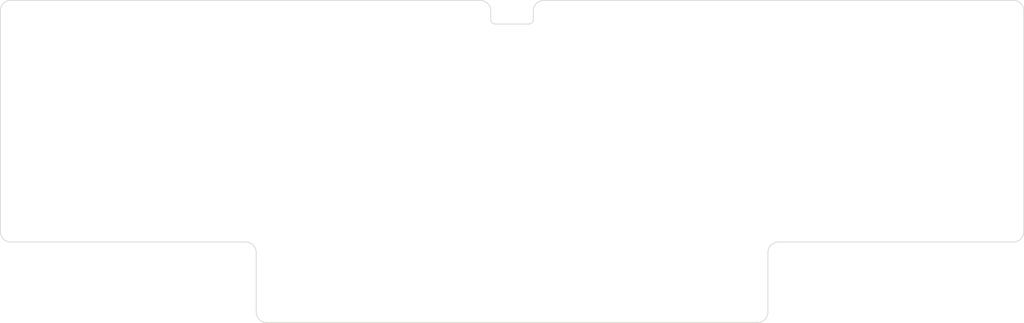
<source format=kicad_pcb>
(kicad_pcb (version 20221018) (generator pcbnew)
  (title_block (title "backplate/ortho_wings") (rev "v1.0.0") (company "Unknown"))
  (layers (0 "F.Cu" signal) (31 "B.Cu" signal) (34 "B.Paste" user) (35 "F.Paste" user) (36 "B.SilkS" user "B.Silkscreen") (37 "F.SilkS" user "F.Silkscreen") (38 "B.Mask" user) (39 "F.Mask" user) (44 "Edge.Cuts" user))
  (net 0 "")
  (footprint "0-jasonhazel-footprints:backplate_jh-choc" (layer "F.Cu") (at 72 -17)
    (fp_text reference "SW11" hide)
    (fp_text value "SW" hide)
    (pad "" np_thru_hole circle (at -5.5 0) (size 1.7018 1.7018) (drill 1.7018) (layers "F&B.Cu" "*.Mask"))
    (pad "" np_thru_hole circle (at -5 3.75) (size 2.75 2.75) (drill 2.75) (layers "F&B.Cu" "*.Mask"))
    (pad "" np_thru_hole circle (at 0 0) (size 3.429 3.429) (drill 3.429) (layers "F&B.Cu" "*.Mask"))
    (pad "" np_thru_hole circle (at 0 5.95) (size 2.75 2.75) (drill 2.75) (layers "F&B.Cu" "*.Mask"))
    (pad "" np_thru_hole circle (at 5.5 0) (size 1.7018 1.7018) (drill 1.7018) (layers "F&B.Cu" "*.Mask"))
  )
  (footprint "0-jasonhazel-footprints:backplate_ArduinoProMicro" (layer "F.Cu") (at 117 -24.5 -90)
    (fp_text reference "U1" hide)
    (fp_text value "ProMicro" hide)
    (pad "" np_thru_hole oval (at -0.3937 7.62 270) (size 31.48 3) (drill oval 31.48 3) (layers "F&B.Cu" "*.Mask"))
    (pad "" np_thru_hole oval (at 0 -7.62 270) (size 31.48 3) (drill oval 31.48 3) (layers "F&B.Cu" "*.Mask"))
  )
  (footprint "0-jasonhazel-footprints:backplate_jh-choc" (layer "F.Cu") (at 216 -17)
    (fp_text reference "SW20" hide)
    (fp_text value "SW" hide)
    (pad "" np_thru_hole circle (at -5.5 0) (size 1.7018 1.7018) (drill 1.7018) (layers "F&B.Cu" "*.Mask"))
    (pad "" np_thru_hole circle (at -5 3.75) (size 2.75 2.75) (drill 2.75) (layers "F&B.Cu" "*.Mask"))
    (pad "" np_thru_hole circle (at 0 0) (size 3.429 3.429) (drill 3.429) (layers "F&B.Cu" "*.Mask"))
    (pad "" np_thru_hole circle (at 0 5.95) (size 2.75 2.75) (drill 2.75) (layers "F&B.Cu" "*.Mask"))
    (pad "" np_thru_hole circle (at 5.5 0) (size 1.7018 1.7018) (drill 1.7018) (layers "F&B.Cu" "*.Mask"))
  )
  (footprint "0-jasonhazel-footprints:MountingHole_2.2mm_M2" (layer "F.Cu") (at 153 -25.5)
    (fp_text reference "H10")
    (fp_text value "MountingHole" hide)
    (pad "" np_thru_hole circle (at 0 0) (size 2.2 2.2) (drill 2.2) (layers "*.Cu" "*.Mask"))
  )
  (footprint "0-jasonhazel-footprints:backplate_jh-choc" (layer "F.Cu") (at 180 0)
    (fp_text reference "SW25" hide)
    (fp_text value "SW" hide)
    (pad "" np_thru_hole circle (at -5.5 0) (size 1.7018 1.7018) (drill 1.7018) (layers "F&B.Cu" "*.Mask"))
    (pad "" np_thru_hole circle (at -5 3.75) (size 2.75 2.75) (drill 2.75) (layers "F&B.Cu" "*.Mask"))
    (pad "" np_thru_hole circle (at 0 0) (size 3.429 3.429) (drill 3.429) (layers "F&B.Cu" "*.Mask"))
    (pad "" np_thru_hole circle (at 0 5.95) (size 2.75 2.75) (drill 2.75) (layers "F&B.Cu" "*.Mask"))
    (pad "" np_thru_hole circle (at 5.5 0) (size 1.7018 1.7018) (drill 1.7018) (layers "F&B.Cu" "*.Mask"))
  )
  (footprint "0-jasonhazel-footprints:backplate_jh-choc" (layer "F.Cu") (at 54 -17)
    (fp_text reference "SW8" hide)
    (fp_text value "SW" hide)
    (pad "" np_thru_hole circle (at -5.5 0) (size 1.7018 1.7018) (drill 1.7018) (layers "F&B.Cu" "*.Mask"))
    (pad "" np_thru_hole circle (at -5 3.75) (size 2.75 2.75) (drill 2.75) (layers "F&B.Cu" "*.Mask"))
    (pad "" np_thru_hole circle (at 0 0) (size 3.429 3.429) (drill 3.429) (layers "F&B.Cu" "*.Mask"))
    (pad "" np_thru_hole circle (at 0 5.95) (size 2.75 2.75) (drill 2.75) (layers "F&B.Cu" "*.Mask"))
    (pad "" np_thru_hole circle (at 5.5 0) (size 1.7018 1.7018) (drill 1.7018) (layers "F&B.Cu" "*.Mask"))
  )
  (footprint "0-jasonhazel-footprints:backplate_jh-choc" (layer "F.Cu") (at 216 0)
    (fp_text reference "SW19" hide)
    (fp_text value "SW" hide)
    (pad "" np_thru_hole circle (at -5.5 0) (size 1.7018 1.7018) (drill 1.7018) (layers "F&B.Cu" "*.Mask"))
    (pad "" np_thru_hole circle (at -5 3.75) (size 2.75 2.75) (drill 2.75) (layers "F&B.Cu" "*.Mask"))
    (pad "" np_thru_hole circle (at 0 0) (size 3.429 3.429) (drill 3.429) (layers "F&B.Cu" "*.Mask"))
    (pad "" np_thru_hole circle (at 0 5.95) (size 2.75 2.75) (drill 2.75) (layers "F&B.Cu" "*.Mask"))
    (pad "" np_thru_hole circle (at 5.5 0) (size 1.7018 1.7018) (drill 1.7018) (layers "F&B.Cu" "*.Mask"))
  )
  (footprint "0-jasonhazel-footprints:backplate_jh-choc" (layer "F.Cu") (at 36 -34)
    (fp_text reference "SW6" hide)
    (fp_text value "SW" hide)
    (pad "" np_thru_hole circle (at -5.5 0) (size 1.7018 1.7018) (drill 1.7018) (layers "F&B.Cu" "*.Mask"))
    (pad "" np_thru_hole circle (at -5 3.75) (size 2.75 2.75) (drill 2.75) (layers "F&B.Cu" "*.Mask"))
    (pad "" np_thru_hole circle (at 0 0) (size 3.429 3.429) (drill 3.429) (layers "F&B.Cu" "*.Mask"))
    (pad "" np_thru_hole circle (at 0 5.95) (size 2.75 2.75) (drill 2.75) (layers "F&B.Cu" "*.Mask"))
    (pad "" np_thru_hole circle (at 5.5 0) (size 1.7018 1.7018) (drill 1.7018) (layers "F&B.Cu" "*.Mask"))
  )
  (footprint "0-jasonhazel-footprints:backplate_OLED-128x64" (layer "F.Cu") (at 117 -5.5 180)
    (fp_text reference "J1")
    (fp_text value "OLED-128x64")
    (pad "" np_thru_hole oval (at 0 0 180) (size 11.16 3) (drill oval 11.16 3) (layers "F&B.Cu" "*.Mask"))
  )
  (footprint "0-jasonhazel-footprints:MountingHole_2.2mm_M2" (layer "F.Cu") (at 81 -25.5)
    (fp_text reference "H9")
    (fp_text value "MountingHole")
    (pad "" np_thru_hole circle (at 0 0) (size 2.2 2.2) (drill 2.2) (layers "*.Cu" "*.Mask"))
  )
  (footprint "0-jasonhazel-footprints:MountingHole_2.2mm_M2" (layer "F.Cu") (at 81 8.5)
    (fp_text reference "H11")
    (fp_text value "MountingHole" hide)
    (pad "" np_thru_hole circle (at 0 0) (size 2.2 2.2) (drill 2.2) (layers "*.Cu" "*.Mask"))
  )
  (footprint "0-jasonhazel-footprints:backplate_jh-choc" (layer "F.Cu") (at 162 -34)
    (fp_text reference "SW30" hide)
    (fp_text value "SW" hide)
    (pad "" np_thru_hole circle (at -5.5 0) (size 1.7018 1.7018) (drill 1.7018) (layers "F&B.Cu" "*.Mask"))
    (pad "" np_thru_hole circle (at -5 3.75) (size 2.75 2.75) (drill 2.75) (layers "F&B.Cu" "*.Mask"))
    (pad "" np_thru_hole circle (at 0 0) (size 3.429 3.429) (drill 3.429) (layers "F&B.Cu" "*.Mask"))
    (pad "" np_thru_hole circle (at 0 5.95) (size 2.75 2.75) (drill 2.75) (layers "F&B.Cu" "*.Mask"))
    (pad "" np_thru_hole circle (at 5.5 0) (size 1.7018 1.7018) (drill 1.7018) (layers "F&B.Cu" "*.Mask"))
  )
  (footprint "0-jasonhazel-footprints:backplate_jh-choc" (layer "F.Cu") (at 36 -17)
    (fp_text reference "SW5" hide)
    (fp_text value "SW" hide)
    (pad "" np_thru_hole circle (at -5.5 0) (size 1.7018 1.7018) (drill 1.7018) (layers "F&B.Cu" "*.Mask"))
    (pad "" np_thru_hole circle (at -5 3.75) (size 2.75 2.75) (drill 2.75) (layers "F&B.Cu" "*.Mask"))
    (pad "" np_thru_hole circle (at 0 0) (size 3.429 3.429) (drill 3.429) (layers "F&B.Cu" "*.Mask"))
    (pad "" np_thru_hole circle (at 0 5.95) (size 2.75 2.75) (drill 2.75) (layers "F&B.Cu" "*.Mask"))
    (pad "" np_thru_hole circle (at 5.5 0) (size 1.7018 1.7018) (drill 1.7018) (layers "F&B.Cu" "*.Mask"))
  )
  (footprint "0-jasonhazel-footprints:backplate_jh-choc" (layer "F.Cu") (at 144 -34)
    (fp_text reference "SW33" hide)
    (fp_text value "SW" hide)
    (pad "" np_thru_hole circle (at -5.5 0) (size 1.7018 1.7018) (drill 1.7018) (layers "F&B.Cu" "*.Mask"))
    (pad "" np_thru_hole circle (at -5 3.75) (size 2.75 2.75) (drill 2.75) (layers "F&B.Cu" "*.Mask"))
    (pad "" np_thru_hole circle (at 0 0) (size 3.429 3.429) (drill 3.429) (layers "F&B.Cu" "*.Mask"))
    (pad "" np_thru_hole circle (at 0 5.95) (size 2.75 2.75) (drill 2.75) (layers "F&B.Cu" "*.Mask"))
    (pad "" np_thru_hole circle (at 5.5 0) (size 1.7018 1.7018) (drill 1.7018) (layers "F&B.Cu" "*.Mask"))
  )
  (footprint "0-jasonhazel-footprints:MountingHole_2.2mm_M2" (layer "F.Cu") (at 27 -8.5)
    (fp_text reference "H3")
    (fp_text value "MountingHole")
    (pad "" np_thru_hole circle (at 0 0) (size 2.2 2.2) (drill 2.2) (layers "*.Cu" "*.Mask"))
  )
  (footprint "0-jasonhazel-footprints:backplate_jh-choc" (layer "F.Cu") (at 126 17)
    (fp_text reference "SW36" hide)
    (fp_text value "SW" hide)
    (pad "" np_thru_hole circle (at -5.5 0) (size 1.7018 1.7018) (drill 1.7018) (layers "F&B.Cu" "*.Mask"))
    (pad "" np_thru_hole circle (at -5 3.75) (size 2.75 2.75) (drill 2.75) (layers "F&B.Cu" "*.Mask"))
    (pad "" np_thru_hole circle (at 0 0) (size 3.429 3.429) (drill 3.429) (layers "F&B.Cu" "*.Mask"))
    (pad "" np_thru_hole circle (at 0 5.95) (size 2.75 2.75) (drill 2.75) (layers "F&B.Cu" "*.Mask"))
    (pad "" np_thru_hole circle (at 5.5 0) (size 1.7018 1.7018) (drill 1.7018) (layers "F&B.Cu" "*.Mask"))
  )
  (footprint "0-jasonhazel-footprints:backplate_jh-choc" (layer "F.Cu") (at 18 -17)
    (fp_text reference "SW2" hide)
    (fp_text value "SW" hide)
    (pad "" np_thru_hole circle (at -5.5 0) (size 1.7018 1.7018) (drill 1.7018) (layers "F&B.Cu" "*.Mask"))
    (pad "" np_thru_hole circle (at -5 3.75) (size 2.75 2.75) (drill 2.75) (layers "F&B.Cu" "*.Mask"))
    (pad "" np_thru_hole circle (at 0 0) (size 3.429 3.429) (drill 3.429) (layers "F&B.Cu" "*.Mask"))
    (pad "" np_thru_hole circle (at 0 5.95) (size 2.75 2.75) (drill 2.75) (layers "F&B.Cu" "*.Mask"))
    (pad "" np_thru_hole circle (at 5.5 0) (size 1.7018 1.7018) (drill 1.7018) (layers "F&B.Cu" "*.Mask"))
  )
  (footprint "0-jasonhazel-footprints:backplate_jh-choc" (layer "F.Cu") (at 18 0)
    (fp_text reference "SW1" hide)
    (fp_text value "SW" hide)
    (pad "" np_thru_hole circle (at -5.5 0) (size 1.7018 1.7018) (drill 1.7018) (layers "F&B.Cu" "*.Mask"))
    (pad "" np_thru_hole circle (at -5 3.75) (size 2.75 2.75) (drill 2.75) (layers "F&B.Cu" "*.Mask"))
    (pad "" np_thru_hole circle (at 0 0) (size 3.429 3.429) (drill 3.429) (layers "F&B.Cu" "*.Mask"))
    (pad "" np_thru_hole circle (at 0 5.95) (size 2.75 2.75) (drill 2.75) (layers "F&B.Cu" "*.Mask"))
    (pad "" np_thru_hole circle (at 5.5 0) (size 1.7018 1.7018) (drill 1.7018) (layers "F&B.Cu" "*.Mask"))
  )
  (footprint "0-jasonhazel-footprints:MountingHole_2.2mm_M2" (layer "F.Cu") (at 153 8.5)
    (fp_text reference "H12")
    (fp_text value "MountingHole" hide)
    (pad "" np_thru_hole circle (at 0 0) (size 2.2 2.2) (drill 2.2) (layers "*.Cu" "*.Mask"))
  )
  (footprint "0-jasonhazel-footprints:MountingHole_2.2mm_M2" (layer "F.Cu") (at 103.5 4.2)
    (fp_text reference "H7")
    (fp_text value "MountingHole")
    (pad "" np_thru_hole circle (at 0 0) (size 2.2 2.2) (drill 2.2) (layers "*.Cu" "*.Mask"))
  )
  (footprint "0-jasonhazel-footprints:backplate_jh-choc" (layer "F.Cu") (at 90 17)
    (fp_text reference "SW17" hide)
    (fp_text value "SW" hide)
    (pad "" np_thru_hole circle (at -5.5 0) (size 1.7018 1.7018) (drill 1.7018) (layers "F&B.Cu" "*.Mask"))
    (pad "" np_thru_hole circle (at -5 3.75) (size 2.75 2.75) (drill 2.75) (layers "F&B.Cu" "*.Mask"))
    (pad "" np_thru_hole circle (at 0 0) (size 3.429 3.429) (drill 3.429) (layers "F&B.Cu" "*.Mask"))
    (pad "" np_thru_hole circle (at 0 5.95) (size 2.75 2.75) (drill 2.75) (layers "F&B.Cu" "*.Mask"))
    (pad "" np_thru_hole circle (at 5.5 0) (size 1.7018 1.7018) (drill 1.7018) (layers "F&B.Cu" "*.Mask"))
  )
  (footprint "0-jasonhazel-footprints:backplate_jh-choc" (layer "F.Cu") (at 36 0)
    (fp_text reference "SW4" hide)
    (fp_text value "SW" hide)
    (pad "" np_thru_hole circle (at -5.5 0) (size 1.7018 1.7018) (drill 1.7018) (layers "F&B.Cu" "*.Mask"))
    (pad "" np_thru_hole circle (at -5 3.75) (size 2.75 2.75) (drill 2.75) (layers "F&B.Cu" "*.Mask"))
    (pad "" np_thru_hole circle (at 0 0) (size 3.429 3.429) (drill 3.429) (layers "F&B.Cu" "*.Mask"))
    (pad "" np_thru_hole circle (at 0 5.95) (size 2.75 2.75) (drill 2.75) (layers "F&B.Cu" "*.Mask"))
    (pad "" np_thru_hole circle (at 5.5 0) (size 1.7018 1.7018) (drill 1.7018) (layers "F&B.Cu" "*.Mask"))
  )
  (footprint "0-jasonhazel-footprints:backplate_jh-choc" (layer "F.Cu") (at 198 -34)
    (fp_text reference "SW24" hide)
    (fp_text value "SW" hide)
    (pad "" np_thru_hole circle (at -5.5 0) (size 1.7018 1.7018) (drill 1.7018) (layers "F&B.Cu" "*.Mask"))
    (pad "" np_thru_hole circle (at -5 3.75) (size 2.75 2.75) (drill 2.75) (layers "F&B.Cu" "*.Mask"))
    (pad "" np_thru_hole circle (at 0 0) (size 3.429 3.429) (drill 3.429) (layers "F&B.Cu" "*.Mask"))
    (pad "" np_thru_hole circle (at 0 5.95) (size 2.75 2.75) (drill 2.75) (layers "F&B.Cu" "*.Mask"))
    (pad "" np_thru_hole circle (at 5.5 0) (size 1.7018 1.7018) (drill 1.7018) (layers "F&B.Cu" "*.Mask"))
  )
  (footprint "0-jasonhazel-footprints:backplate_jh-choc" (layer "F.Cu") (at 54 0)
    (fp_text reference "SW7" hide)
    (fp_text value "SW" hide)
    (pad "" np_thru_hole circle (at -5.5 0) (size 1.7018 1.7018) (drill 1.7018) (layers "F&B.Cu" "*.Mask"))
    (pad "" np_thru_hole circle (at -5 3.75) (size 2.75 2.75) (drill 2.75) (layers "F&B.Cu" "*.Mask"))
    (pad "" np_thru_hole circle (at 0 0) (size 3.429 3.429) (drill 3.429) (layers "F&B.Cu" "*.Mask"))
    (pad "" np_thru_hole circle (at 0 5.95) (size 2.75 2.75) (drill 2.75) (layers "F&B.Cu" "*.Mask"))
    (pad "" np_thru_hole circle (at 5.5 0) (size 1.7018 1.7018) (drill 1.7018) (layers "F&B.Cu" "*.Mask"))
  )
  (footprint "0-jasonhazel-footprints:backplate_jh-choc" (layer "F.Cu") (at 162 17)
    (fp_text reference "SW34" hide)
    (fp_text value "SW" hide)
    (pad "" np_thru_hole circle (at -5.5 0) (size 1.7018 1.7018) (drill 1.7018) (layers "F&B.Cu" "*.Mask"))
    (pad "" np_thru_hole circle (at -5 3.75) (size 2.75 2.75) (drill 2.75) (layers "F&B.Cu" "*.Mask"))
    (pad "" np_thru_hole circle (at 0 0) (size 3.429 3.429) (drill 3.429) (layers "F&B.Cu" "*.Mask"))
    (pad "" np_thru_hole circle (at 0 5.95) (size 2.75 2.75) (drill 2.75) (layers "F&B.Cu" "*.Mask"))
    (pad "" np_thru_hole circle (at 5.5 0) (size 1.7018 1.7018) (drill 1.7018) (layers "F&B.Cu" "*.Mask"))
  )
  (footprint "0-jasonhazel-footprints:backplate_jh-choc" (layer "F.Cu") (at 90 -34)
    (fp_text reference "SW15" hide)
    (fp_text value "SW" hide)
    (pad "" np_thru_hole circle (at -5.5 0) (size 1.7018 1.7018) (drill 1.7018) (layers "F&B.Cu" "*.Mask"))
    (pad "" np_thru_hole circle (at -5 3.75) (size 2.75 2.75) (drill 2.75) (layers "F&B.Cu" "*.Mask"))
    (pad "" np_thru_hole circle (at 0 0) (size 3.429 3.429) (drill 3.429) (layers "F&B.Cu" "*.Mask"))
    (pad "" np_thru_hole circle (at 0 5.95) (size 2.75 2.75) (drill 2.75) (layers "F&B.Cu" "*.Mask"))
    (pad "" np_thru_hole circle (at 5.5 0) (size 1.7018 1.7018) (drill 1.7018) (layers "F&B.Cu" "*.Mask"))
  )
  (footprint "0-jasonhazel-footprints:backplate_jh-choc" (layer "F.Cu") (at 216 -34)
    (fp_text reference "SW21" hide)
    (fp_text value "SW" hide)
    (pad "" np_thru_hole circle (at -5.5 0) (size 1.7018 1.7018) (drill 1.7018) (layers "F&B.Cu" "*.Mask"))
    (pad "" np_thru_hole circle (at -5 3.75) (size 2.75 2.75) (drill 2.75) (layers "F&B.Cu" "*.Mask"))
    (pad "" np_thru_hole circle (at 0 0) (size 3.429 3.429) (drill 3.429) (layers "F&B.Cu" "*.Mask"))
    (pad "" np_thru_hole circle (at 0 5.95) (size 2.75 2.75) (drill 2.75) (layers "F&B.Cu" "*.Mask"))
    (pad "" np_thru_hole circle (at 5.5 0) (size 1.7018 1.7018) (drill 1.7018) (layers "F&B.Cu" "*.Mask"))
  )
  (footprint "0-jasonhazel-footprints:backplate_jh-choc" (layer "F.Cu") (at 144 -17)
    (fp_text reference "SW32" hide)
    (fp_text value "SW" hide)
    (pad "" np_thru_hole circle (at -5.5 0) (size 1.7018 1.7018) (drill 1.7018) (layers "F&B.Cu" "*.Mask"))
    (pad "" np_thru_hole circle (at -5 3.75) (size 2.75 2.75) (drill 2.75) (layers "F&B.Cu" "*.Mask"))
    (pad "" np_thru_hole circle (at 0 0) (size 3.429 3.429) (drill 3.429) (layers "F&B.Cu" "*.Mask"))
    (pad "" np_thru_hole circle (at 0 5.95) (size 2.75 2.75) (drill 2.75) (layers "F&B.Cu" "*.Mask"))
    (pad "" np_thru_hole circle (at 5.5 0) (size 1.7018 1.7018) (drill 1.7018) (layers "F&B.Cu" "*.Mask"))
  )
  (footprint "0-jasonhazel-footprints:backplate_jh-choc" (layer "F.Cu") (at 72 -34)
    (fp_text reference "SW12" hide)
    (fp_text value "SW" hide)
    (pad "" np_thru_hole circle (at -5.5 0) (size 1.7018 1.7018) (drill 1.7018) (layers "F&B.Cu" "*.Mask"))
    (pad "" np_thru_hole circle (at -5 3.75) (size 2.75 2.75) (drill 2.75) (layers "F&B.Cu" "*.Mask"))
    (pad "" np_thru_hole circle (at 0 0) (size 3.429 3.429) (drill 3.429) (layers "F&B.Cu" "*.Mask"))
    (pad "" np_thru_hole circle (at 0 5.95) (size 2.75 2.75) (drill 2.75) (layers "F&B.Cu" "*.Mask"))
    (pad "" np_thru_hole circle (at 5.5 0) (size 1.7018 1.7018) (drill 1.7018) (layers "F&B.Cu" "*.Mask"))
  )
  (footprint "0-jasonhazel-footprints:MountingHole_2.2mm_M2" (layer "F.Cu") (at 103.5 -39.4)
    (fp_text reference "H5")
    (fp_text value "MountingHole")
    (pad "" np_thru_hole circle (at 0 0) (size 2.2 2.2) (drill 2.2) (layers "*.Cu" "*.Mask"))
  )
  (footprint "0-jasonhazel-footprints:backplate_jh-choc" (layer "F.Cu") (at 144 17)
    (fp_text reference "SW35" hide)
    (fp_text value "SW" hide)
    (pad "" np_thru_hole circle (at -5.5 0) (size 1.7018 1.7018) (drill 1.7018) (layers "F&B.Cu" "*.Mask"))
    (pad "" np_thru_hole circle (at -5 3.75) (size 2.75 2.75) (drill 2.75) (layers "F&B.Cu" "*.Mask"))
    (pad "" np_thru_hole circle (at 0 0) (size 3.429 3.429) (drill 3.429) (layers "F&B.Cu" "*.Mask"))
    (pad "" np_thru_hole circle (at 0 5.95) (size 2.75 2.75) (drill 2.75) (layers "F&B.Cu" "*.Mask"))
    (pad "" np_thru_hole circle (at 5.5 0) (size 1.7018 1.7018) (drill 1.7018) (layers "F&B.Cu" "*.Mask"))
  )
  (footprint "0-jasonhazel-footprints:backplate_jh-choc" (layer "F.Cu") (at 162 -17)
    (fp_text reference "SW29" hide)
    (fp_text value "SW" hide)
    (pad "" np_thru_hole circle (at -5.5 0) (size 1.7018 1.7018) (drill 1.7018) (layers "F&B.Cu" "*.Mask"))
    (pad "" np_thru_hole circle (at -5 3.75) (size 2.75 2.75) (drill 2.75) (layers "F&B.Cu" "*.Mask"))
    (pad "" np_thru_hole circle (at 0 0) (size 3.429 3.429) (drill 3.429) (layers "F&B.Cu" "*.Mask"))
    (pad "" np_thru_hole circle (at 0 5.95) (size 2.75 2.75) (drill 2.75) (layers "F&B.Cu" "*.Mask"))
    (pad "" np_thru_hole circle (at 5.5 0) (size 1.7018 1.7018) (drill 1.7018) (layers "F&B.Cu" "*.Mask"))
  )
  (footprint "0-jasonhazel-footprints:MountingHole_2.2mm_M2" (layer "F.Cu") (at 27 -25.5)
    (fp_text reference "H1")
    (fp_text value "MountingHole")
    (pad "" np_thru_hole circle (at 0 0) (size 2.2 2.2) (drill 2.2) (layers "*.Cu" "*.Mask"))
  )
  (footprint "0-jasonhazel-footprints:backplate_jh-choc" (layer "F.Cu") (at 180 -17)
    (fp_text reference "SW26" hide)
    (fp_text value "SW" hide)
    (pad "" np_thru_hole circle (at -5.5 0) (size 1.7018 1.7018) (drill 1.7018) (layers "F&B.Cu" "*.Mask"))
    (pad "" np_thru_hole circle (at -5 3.75) (size 2.75 2.75) (drill 2.75) (layers "F&B.Cu" "*.Mask"))
    (pad "" np_thru_hole circle (at 0 0) (size 3.429 3.429) (drill 3.429) (layers "F&B.Cu" "*.Mask"))
    (pad "" np_thru_hole circle (at 0 5.95) (size 2.75 2.75) (drill 2.75) (layers "F&B.Cu" "*.Mask"))
    (pad "" np_thru_hole circle (at 5.5 0) (size 1.7018 1.7018) (drill 1.7018) (layers "F&B.Cu" "*.Mask"))
  )
  (footprint "0-jasonhazel-footprints:MountingHole_2.2mm_M2" (layer "F.Cu") (at 207 -8.5)
    (fp_text reference "H4")
    (fp_text value "MountingHole" hide)
    (pad "" np_thru_hole circle (at 0 0) (size 2.2 2.2) (drill 2.2) (layers "*.Cu" "*.Mask"))
  )
  (footprint "0-jasonhazel-footprints:backplate_jh-choc" (layer "F.Cu") (at 72 0)
    (fp_text reference "SW10" hide)
    (fp_text value "SW" hide)
    (pad "" np_thru_hole circle (at -5.5 0) (size 1.7018 1.7018) (drill 1.7018) (layers "F&B.Cu" "*.Mask"))
    (pad "" np_thru_hole circle (at -5 3.75) (size 2.75 2.75) (drill 2.75) (layers "F&B.Cu" "*.Mask"))
    (pad "" np_thru_hole circle (at 0 0) (size 3.429 3.429) (drill 3.429) (layers "F&B.Cu" "*.Mask"))
    (pad "" np_thru_hole circle (at 0 5.95) (size 2.75 2.75) (drill 2.75) (layers "F&B.Cu" "*.Mask"))
    (pad "" np_thru_hole circle (at 5.5 0) (size 1.7018 1.7018) (drill 1.7018) (layers "F&B.Cu" "*.Mask"))
  )
  (footprint "0-jasonhazel-footprints:backplate_jh-choc" (layer "F.Cu") (at 54 -34)
    (fp_text reference "SW9" hide)
    (fp_text value "SW" hide)
    (pad "" np_thru_hole circle (at -5.5 0) (size 1.7018 1.7018) (drill 1.7018) (layers "F&B.Cu" "*.Mask"))
    (pad "" np_thru_hole circle (at -5 3.75) (size 2.75 2.75) (drill 2.75) (layers "F&B.Cu" "*.Mask"))
    (pad "" np_thru_hole circle (at 0 0) (size 3.429 3.429) (drill 3.429) (layers "F&B.Cu" "*.Mask"))
    (pad "" np_thru_hole circle (at 0 5.95) (size 2.75 2.75) (drill 2.75) (layers "F&B.Cu" "*.Mask"))
    (pad "" np_thru_hole circle (at 5.5 0) (size 1.7018 1.7018) (drill 1.7018) (layers "F&B.Cu" "*.Mask"))
  )
  (footprint "0-jasonhazel-footprints:backplate_jh-choc" (layer "F.Cu") (at 72 17)
    (fp_text reference "SW16" hide)
    (fp_text value "SW" hide)
    (pad "" np_thru_hole circle (at -5.5 0) (size 1.7018 1.7018) (drill 1.7018) (layers "F&B.Cu" "*.Mask"))
    (pad "" np_thru_hole circle (at -5 3.75) (size 2.75 2.75) (drill 2.75) (layers "F&B.Cu" "*.Mask"))
    (pad "" np_thru_hole circle (at 0 0) (size 3.429 3.429) (drill 3.429) (layers "F&B.Cu" "*.Mask"))
    (pad "" np_thru_hole circle (at 0 5.95) (size 2.75 2.75) (drill 2.75) (layers "F&B.Cu" "*.Mask"))
    (pad "" np_thru_hole circle (at 5.5 0) (size 1.7018 1.7018) (drill 1.7018) (layers "F&B.Cu" "*.Mask"))
  )
  (footprint "0-jasonhazel-footprints:MountingHole_2.2mm_M2" (layer "F.Cu") (at 207 -25.5)
    (fp_text reference "H2")
    (fp_text value "MountingHole" hide)
    (pad "" np_thru_hole circle (at 0 0) (size 2.2 2.2) (drill 2.2) (layers "*.Cu" "*.Mask"))
  )
  (footprint "0-jasonhazel-footprints:backplate_jh-choc" (layer "F.Cu") (at 90 -17)
    (fp_text reference "SW14" hide)
    (fp_text value "SW" hide)
    (pad "" np_thru_hole circle (at -5.5 0) (size 1.7018 1.7018) (drill 1.7018) (layers "F&B.Cu" "*.Mask"))
    (pad "" np_thru_hole circle (at -5 3.75) (size 2.75 2.75) (drill 2.75) (layers "F&B.Cu" "*.Mask"))
    (pad "" np_thru_hole circle (at 0 0) (size 3.429 3.429) (drill 3.429) (layers "F&B.Cu" "*.Mask"))
    (pad "" np_thru_hole circle (at 0 5.95) (size 2.75 2.75) (drill 2.75) (layers "F&B.Cu" "*.Mask"))
    (pad "" np_thru_hole circle (at 5.5 0) (size 1.7018 1.7018) (drill 1.7018) (layers "F&B.Cu" "*.Mask"))
  )
  (footprint "0-jasonhazel-footprints:backplate_jh-choc" (layer "F.Cu") (at 144 0)
    (fp_text reference "SW31" hide)
    (fp_text value "SW" hide)
    (pad "" np_thru_hole circle (at -5.5 0) (size 1.7018 1.7018) (drill 1.7018) (layers "F&B.Cu" "*.Mask"))
    (pad "" np_thru_hole circle (at -5 3.75) (size 2.75 2.75) (drill 2.75) (layers "F&B.Cu" "*.Mask"))
    (pad "" np_thru_hole circle (at 0 0) (size 3.429 3.429) (drill 3.429) (layers "F&B.Cu" "*.Mask"))
    (pad "" np_thru_hole circle (at 0 5.95) (size 2.75 2.75) (drill 2.75) (layers "F&B.Cu" "*.Mask"))
    (pad "" np_thru_hole circle (at 5.5 0) (size 1.7018 1.7018) (drill 1.7018) (layers "F&B.Cu" "*.Mask"))
  )
  (footprint "0-jasonhazel-footprints:MountingHole_2.2mm_M2" (layer "F.Cu") (at 130.5 4.2)
    (fp_text reference "H8")
    (fp_text value "MountingHole")
    (pad "" np_thru_hole circle (at 0 0) (size 2.2 2.2) (drill 2.2) (layers "*.Cu" "*.Mask"))
  )
  (footprint "0-jasonhazel-footprints:backplate_jh-choc" (layer "F.Cu") (at 198 -17)
    (fp_text reference "SW23" hide)
    (fp_text value "SW" hide)
    (pad "" np_thru_hole circle (at -5.5 0) (size 1.7018 1.7018) (drill 1.7018) (layers "F&B.Cu" "*.Mask"))
    (pad "" np_thru_hole circle (at -5 3.75) (size 2.75 2.75) (drill 2.75) (layers "F&B.Cu" "*.Mask"))
    (pad "" np_thru_hole circle (at 0 0) (size 3.429 3.429) (drill 3.429) (layers "F&B.Cu" "*.Mask"))
    (pad "" np_thru_hole circle (at 0 5.95) (size 2.75 2.75) (drill 2.75) (layers "F&B.Cu" "*.Mask"))
    (pad "" np_thru_hole circle (at 5.5 0) (size 1.7018 1.7018) (drill 1.7018) (layers "F&B.Cu" "*.Mask"))
  )
  (footprint "0-jasonhazel-footprints:MountingHole_2.2mm_M2" (layer "F.Cu") (at 130.5 -39.4)
    (fp_text reference "H6")
    (fp_text value "MountingHole")
    (pad "" np_thru_hole circle (at 0 0) (size 2.2 2.2) (drill 2.2) (layers "*.Cu" "*.Mask"))
  )
  (footprint "0-jasonhazel-footprints:backplate_jh-choc" (layer "F.Cu") (at 90 0)
    (fp_text reference "SW13" hide)
    (fp_text value "SW" hide)
    (pad "" np_thru_hole circle (at -5.5 0) (size 1.7018 1.7018) (drill 1.7018) (layers "F&B.Cu" "*.Mask"))
    (pad "" np_thru_hole circle (at -5 3.75) (size 2.75 2.75) (drill 2.75) (layers "F&B.Cu" "*.Mask"))
    (pad "" np_thru_hole circle (at 0 0) (size 3.429 3.429) (drill 3.429) (layers "F&B.Cu" "*.Mask"))
    (pad "" np_thru_hole circle (at 0 5.95) (size 2.75 2.75) (drill 2.75) (layers "F&B.Cu" "*.Mask"))
    (pad "" np_thru_hole circle (at 5.5 0) (size 1.7018 1.7018) (drill 1.7018) (layers "F&B.Cu" "*.Mask"))
  )
  (footprint "0-jasonhazel-footprints:backplate_jh-choc" (layer "F.Cu") (at 18 -34)
    (fp_text reference "SW3" hide)
    (fp_text value "SW" hide)
    (pad "" np_thru_hole circle (at -5.5 0) (size 1.7018 1.7018) (drill 1.7018) (layers "F&B.Cu" "*.Mask"))
    (pad "" np_thru_hole circle (at -5 3.75) (size 2.75 2.75) (drill 2.75) (layers "F&B.Cu" "*.Mask"))
    (pad "" np_thru_hole circle (at 0 0) (size 3.429 3.429) (drill 3.429) (layers "F&B.Cu" "*.Mask"))
    (pad "" np_thru_hole circle (at 0 5.95) (size 2.75 2.75) (drill 2.75) (layers "F&B.Cu" "*.Mask"))
    (pad "" np_thru_hole circle (at 5.5 0) (size 1.7018 1.7018) (drill 1.7018) (layers "F&B.Cu" "*.Mask"))
  )
  (footprint "0-jasonhazel-footprints:backplate_3JST_BAT" (layer "F.Cu") (at 112 3)
    (fp_text reference "BT1" hide)
    (fp_text value "Battery" hide)
    (pad "" np_thru_hole oval (at 0 0 180) (size 8.12 3.54) (drill oval 8.12 3.54) (layers "F&B.Cu" "*.Mask"))
  )
  (footprint "0-jasonhazel-footprints:backplate_jh-choc" (layer "F.Cu") (at 108 17)
    (fp_text reference "SW18" hide)
    (fp_text value "SW" hide)
    (pad "" np_thru_hole circle (at -5.5 0) (size 1.7018 1.7018) (drill 1.7018) (layers "F&B.Cu" "*.Mask"))
    (pad "" np_thru_hole circle (at -5 3.75) (size 2.75 2.75) (drill 2.75) (layers "F&B.Cu" "*.Mask"))
    (pad "" np_thru_hole circle (at 0 0) (size 3.429 3.429) (drill 3.429) (layers "F&B.Cu" "*.Mask"))
    (pad "" np_thru_hole circle (at 0 5.95) (size 2.75 2.75) (drill 2.75) (layers "F&B.Cu" "*.Mask"))
    (pad "" np_thru_hole circle (at 5.5 0) (size 1.7018 1.7018) (drill 1.7018) (layers "F&B.Cu" "*.Mask"))
  )
  (footprint "0-jasonhazel-footprints:backplate_jh-choc" (layer "F.Cu") (at 198 0)
    (fp_text reference "SW22" hide)
    (fp_text value "SW" hide)
    (pad "" np_thru_hole circle (at -5.5 0) (size 1.7018 1.7018) (drill 1.7018) (layers "F&B.Cu" "*.Mask"))
    (pad "" np_thru_hole circle (at -5 3.75) (size 2.75 2.75) (drill 2.75) (layers "F&B.Cu" "*.Mask"))
    (pad "" np_thru_hole circle (at 0 0) (size 3.429 3.429) (drill 3.429) (layers "F&B.Cu" "*.Mask"))
    (pad "" np_thru_hole circle (at 0 5.95) (size 2.75 2.75) (drill 2.75) (layers "F&B.Cu" "*.Mask"))
    (pad "" np_thru_hole circle (at 5.5 0) (size 1.7018 1.7018) (drill 1.7018) (layers "F&B.Cu" "*.Mask"))
  )
  (footprint "0-jasonhazel-footprints:backplate_jh-choc" (layer "F.Cu") (at 180 -34)
    (fp_text reference "SW27" hide)
    (fp_text value "SW" hide)
    (pad "" np_thru_hole circle (at -5.5 0) (size 1.7018 1.7018) (drill 1.7018) (layers "F&B.Cu" "*.Mask"))
    (pad "" np_thru_hole circle (at -5 3.75) (size 2.75 2.75) (drill 2.75) (layers "F&B.Cu" "*.Mask"))
    (pad "" np_thru_hole circle (at 0 0) (size 3.429 3.429) (drill 3.429) (layers "F&B.Cu" "*.Mask"))
    (pad "" np_thru_hole circle (at 0 5.95) (size 2.75 2.75) (drill 2.75) (layers "F&B.Cu" "*.Mask"))
    (pad "" np_thru_hole circle (at 5.5 0) (size 1.7018 1.7018) (drill 1.7018) (layers "F&B.Cu" "*.Mask"))
  )
  (footprint "0-jasonhazel-footprints:backplate_jh-choc" (layer "F.Cu") (at 162 0)
    (fp_text reference "SW28" hide)
    (fp_text value "SW" hide)
    (pad "" np_thru_hole circle (at -5.5 0) (size 1.7018 1.7018) (drill 1.7018) (layers "F&B.Cu" "*.Mask"))
    (pad "" np_thru_hole circle (at -5 3.75) (size 2.75 2.75) (drill 2.75) (layers "F&B.Cu" "*.Mask"))
    (pad "" np_thru_hole circle (at 0 0) (size 3.429 3.429) (drill 3.429) (layers "F&B.Cu" "*.Mask"))
    (pad "" np_thru_hole circle (at 0 5.95) (size 2.75 2.75) (drill 2.75) (layers "F&B.Cu" "*.Mask"))
    (pad "" np_thru_hole circle (at 5.5 0) (size 1.7018 1.7018) (drill 1.7018) (layers "F&B.Cu" "*.Mask"))
  )
  (gr_arc (start 225 6.3) (mid 224.355635 7.855635) (end 222.8 8.5) (stroke (width 0.15)) (layer "Edge.Cuts"))
  (gr_arc (start 222.8 -42.5) (mid 224.355635 -41.855635) (end 225 -40.3) (stroke (width 0.15)) (layer "Edge.Cuts"))
  (gr_arc (start 65.2 25.5) (mid 63.644365 24.855635) (end 63 23.3) (stroke (width 0.15)) (layer "Edge.Cuts"))
  (gr_line (start 123.7 -42.5) (end 222.8 -42.5) (stroke (width 0.15)) (layer "Edge.Cuts"))
  (gr_arc (start 113.5 -37.5) (mid 112.792893 -37.792893) (end 112.5 -38.5) (stroke (width 0.15)) (layer "Edge.Cuts"))
  (gr_arc (start 60.8 8.5) (mid 62.355635 9.144365) (end 63 10.7) (stroke (width 0.15)) (layer "Edge.Cuts"))
  (gr_arc (start 171 23.3) (mid 170.355635 24.855635) (end 168.8 25.5) (stroke (width 0.15)) (layer "Edge.Cuts"))
  (gr_line (start 113.5 -37.5) (end 120.5 -37.5) (stroke (width 0.15)) (layer "Edge.Cuts"))
  (gr_arc (start 121.5 -40.3) (mid 122.144365 -41.855635) (end 123.7 -42.5) (stroke (width 0.15)) (layer "Edge.Cuts"))
  (gr_line (start 222.8 8.5) (end 173.2 8.5) (stroke (width 0.15)) (layer "Edge.Cuts"))
  (gr_arc (start 9 -40.3) (mid 9.644365 -41.855635) (end 11.2 -42.5) (stroke (width 0.15)) (layer "Edge.Cuts"))
  (gr_line (start 9 6.3) (end 9 -40.3) (stroke (width 0.15)) (layer "Edge.Cuts"))
  (gr_arc (start 171 10.7) (mid 171.644365 9.144365) (end 173.2 8.5) (stroke (width 0.15)) (layer "Edge.Cuts"))
  (gr_line (start 112.5 -40.3) (end 112.5 -38.5) (stroke (width 0.15)) (layer "Edge.Cuts"))
  (gr_line (start 60.8 8.5) (end 11.2 8.5) (stroke (width 0.15)) (layer "Edge.Cuts"))
  (gr_line (start 63 23.3) (end 63 10.7) (stroke (width 0.15)) (layer "Edge.Cuts"))
  (gr_arc (start 121.5 -38.5) (mid 121.207107 -37.792893) (end 120.5 -37.5) (stroke (width 0.15)) (layer "Edge.Cuts"))
  (gr_line (start 168.8 25.5) (end 65.2 25.5) (stroke (width 0.15)) (layer "Edge.Cuts"))
  (gr_line (start 225 -40.3) (end 225 6.3) (stroke (width 0.15)) (layer "Edge.Cuts"))
  (gr_line (start 121.5 -38.5) (end 121.5 -40.3) (stroke (width 0.15)) (layer "Edge.Cuts"))
  (gr_line (start 11.2 -42.5) (end 110.3 -42.5) (stroke (width 0.15)) (layer "Edge.Cuts"))
  (gr_arc (start 110.3 -42.5) (mid 111.855635 -41.855635) (end 112.5 -40.3) (stroke (width 0.15)) (layer "Edge.Cuts"))
  (gr_arc (start 11.2 8.5) (mid 9.644365 7.855635) (end 9 6.3) (stroke (width 0.15)) (layer "Edge.Cuts"))
  (gr_line (start 171 10.7) (end 171 23.3) (stroke (width 0.15)) (layer "Edge.Cuts"))
)
</source>
